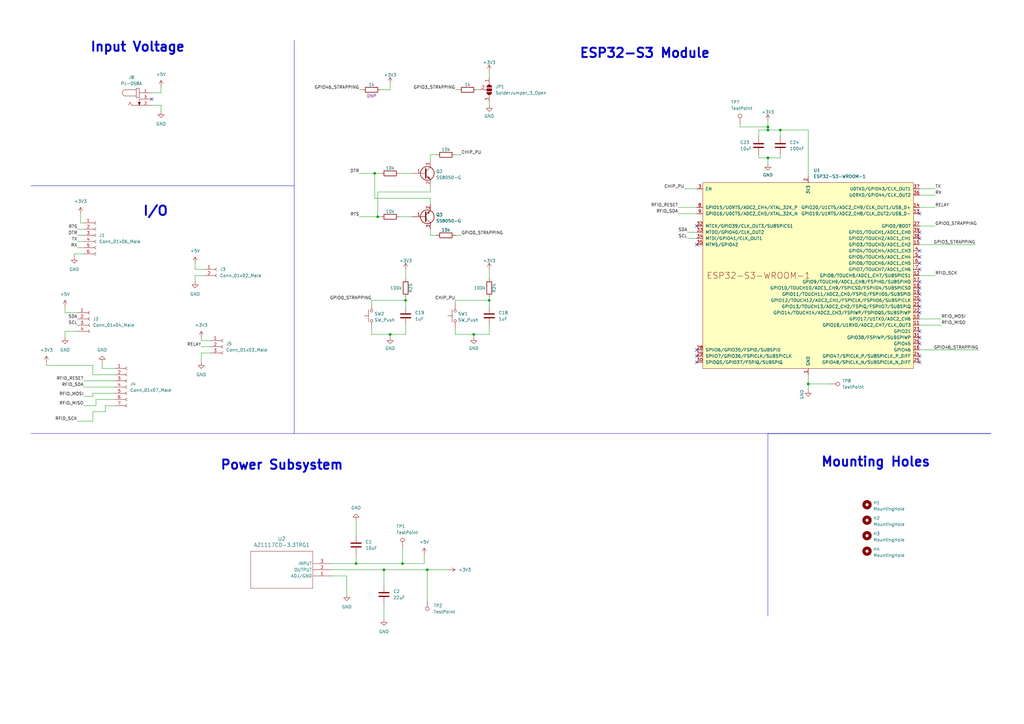
<source format=kicad_sch>
(kicad_sch (version 20230121) (generator eeschema)
  (paper "A3")
  (title_block (title "ESP32 Example: Motor Controller") (date "2023-08-07") (rev "A") (company "ECE 445"))
  (lib_symbols
    (symbol "AZ1117CD-3.3TRG1:AZ1117CD-3.3TRG1" (pin_names (offset 0.254))
      (property "Reference" "U2" (at -20.32 10.16 0))
      (property "Value" "AZ1117CD-3.3TRG1" (at -20.32 7.62 0))
      (symbol "AZ1117CD-3.3TRG1_0_1"
        (polyline (pts (xy -33.02 -10.16) (xy -7.62 -10.16)) (stroke (width 0.127)))
        (polyline (pts (xy -33.02 5.08) (xy -33.02 -10.16)) (stroke (width 0.127)))
        (polyline (pts (xy -7.62 -10.16) (xy -7.62 5.08)) (stroke (width 0.127)))
        (polyline (pts (xy -7.62 5.08) (xy -33.02 5.08)) (stroke (width 0.127)))
        (pin passive line (at 0 -5.08 180) (length 7.62) (name "ADJ/GND") (number "1"))
      )
      (symbol "AZ1117CD-3.3TRG1_1_1"
        (pin power_out line (at 0 -2.54 180) (length 7.62) (name "OUTPUT") (number "2"))
        (pin power_in line (at 0 0 180) (length 7.62) (name "INPUT") (number "3"))
      )
    )
    (symbol "Connector:Conn_01x02_Socket" (pin_names (offset 1.016) hide)
      (property "Reference" "J" (at 0 2.54 0))
      (property "Value" "Conn_01x02_Socket" (at 0 -5.08 0))
      (symbol "Conn_01x02_Socket_1_1"
        (arc (start 0 -2.032) (mid -0.5058 -2.54) (end 0 -3.048) (stroke (width 0.1524)))
        (polyline (pts (xy -1.27 -2.54) (xy -0.508 -2.54)) (stroke (width 0.1524)))
        (polyline (pts (xy -1.27 0) (xy -0.508 0)) (stroke (width 0.1524)))
        (arc (start 0 0.508) (mid -0.5058 0) (end 0 -0.508) (stroke (width 0.1524)))
        (pin passive line (at -5.08 0 0) (length 3.81) (name "Pin_1") (number "1"))
        (pin passive line (at -5.08 -2.54 0) (length 3.81) (name "Pin_2") (number "2"))
      )
    )
    (symbol "Connector:Conn_01x03_Socket" (pin_names (offset 1.016) hide)
      (property "Reference" "J" (at 0 5.08 0))
      (property "Value" "Conn_01x03_Socket" (at 0 -5.08 0))
      (symbol "Conn_01x03_Socket_1_1"
        (arc (start 0 -2.032) (mid -0.5058 -2.54) (end 0 -3.048) (stroke (width 0.1524)))
        (polyline (pts (xy -1.27 -2.54) (xy -0.508 -2.54)) (stroke (width 0.1524)))
        (polyline (pts (xy -1.27 0) (xy -0.508 0)) (stroke (width 0.1524)))
        (polyline (pts (xy -1.27 2.54) (xy -0.508 2.54)) (stroke (width 0.1524)))
        (arc (start 0 0.508) (mid -0.5058 0) (end 0 -0.508) (stroke (width 0.1524)))
        (arc (start 0 3.048) (mid -0.5058 2.54) (end 0 2.032) (stroke (width 0.1524)))
        (pin passive line (at -5.08 2.54 0) (length 3.81) (name "Pin_1") (number "1"))
        (pin passive line (at -5.08 0 0) (length 3.81) (name "Pin_2") (number "2"))
        (pin passive line (at -5.08 -2.54 0) (length 3.81) (name "Pin_3") (number "3"))
      )
    )
    (symbol "Connector:Conn_01x04_Socket" (pin_names (offset 1.016) hide)
      (property "Reference" "J" (at 0 5.08 0))
      (property "Value" "Conn_01x04_Socket" (at 0 -7.62 0))
      (symbol "Conn_01x04_Socket_1_1"
        (arc (start 0 -4.572) (mid -0.5058 -5.08) (end 0 -5.588) (stroke (width 0.1524)))
        (arc (start 0 -2.032) (mid -0.5058 -2.54) (end 0 -3.048) (stroke (width 0.1524)))
        (polyline (pts (xy -1.27 -5.08) (xy -0.508 -5.08)) (stroke (width 0.1524)))
        (polyline (pts (xy -1.27 -2.54) (xy -0.508 -2.54)) (stroke (width 0.1524)))
        (polyline (pts (xy -1.27 0) (xy -0.508 0)) (stroke (width 0.1524)))
        (polyline (pts (xy -1.27 2.54) (xy -0.508 2.54)) (stroke (width 0.1524)))
        (arc (start 0 0.508) (mid -0.5058 0) (end 0 -0.508) (stroke (width 0.1524)))
        (arc (start 0 3.048) (mid -0.5058 2.54) (end 0 2.032) (stroke (width 0.1524)))
        (pin passive line (at -5.08 2.54 0) (length 3.81) (name "Pin_1") (number "1"))
        (pin passive line (at -5.08 0 0) (length 3.81) (name "Pin_2") (number "2"))
        (pin passive line (at -5.08 -2.54 0) (length 3.81) (name "Pin_3") (number "3"))
        (pin passive line (at -5.08 -5.08 0) (length 3.81) (name "Pin_4") (number "4"))
      )
    )
    (symbol "Connector:Conn_01x06_Socket" (pin_names (offset 1.016) hide)
      (property "Reference" "J" (at 0 7.62 0))
      (property "Value" "Conn_01x06_Socket" (at 0 -10.16 0))
      (symbol "Conn_01x06_Socket_1_1"
        (arc (start 0 -7.112) (mid -0.5058 -7.62) (end 0 -8.128) (stroke (width 0.1524)))
        (arc (start 0 -4.572) (mid -0.5058 -5.08) (end 0 -5.588) (stroke (width 0.1524)))
        (arc (start 0 -2.032) (mid -0.5058 -2.54) (end 0 -3.048) (stroke (width 0.1524)))
        (polyline (pts (xy -1.27 -7.62) (xy -0.508 -7.62)) (stroke (width 0.1524)))
        (polyline (pts (xy -1.27 -5.08) (xy -0.508 -5.08)) (stroke (width 0.1524)))
        (polyline (pts (xy -1.27 -2.54) (xy -0.508 -2.54)) (stroke (width 0.1524)))
        (polyline (pts (xy -1.27 0) (xy -0.508 0)) (stroke (width 0.1524)))
        (polyline (pts (xy -1.27 2.54) (xy -0.508 2.54)) (stroke (width 0.1524)))
        (polyline (pts (xy -1.27 5.08) (xy -0.508 5.08)) (stroke (width 0.1524)))
        (arc (start 0 0.508) (mid -0.5058 0) (end 0 -0.508) (stroke (width 0.1524)))
        (arc (start 0 3.048) (mid -0.5058 2.54) (end 0 2.032) (stroke (width 0.1524)))
        (arc (start 0 5.588) (mid -0.5058 5.08) (end 0 4.572) (stroke (width 0.1524)))
        (pin passive line (at -5.08 5.08 0) (length 3.81) (name "Pin_1") (number "1"))
        (pin passive line (at -5.08 2.54 0) (length 3.81) (name "Pin_2") (number "2"))
        (pin passive line (at -5.08 0 0) (length 3.81) (name "Pin_3") (number "3"))
        (pin passive line (at -5.08 -2.54 0) (length 3.81) (name "Pin_4") (number "4"))
        (pin passive line (at -5.08 -5.08 0) (length 3.81) (name "Pin_5") (number "5"))
        (pin passive line (at -5.08 -7.62 0) (length 3.81) (name "Pin_6") (number "6"))
      )
    )
    (symbol "Connector:Conn_01x07_Socket" (pin_names (offset 1.016) hide)
      (property "Reference" "J" (at 0 10.16 0))
      (property "Value" "Conn_01x07_Socket" (at 0 -10.16 0))
      (symbol "Conn_01x07_Socket_1_1"
        (arc (start 0 -7.112) (mid -0.5058 -7.62) (end 0 -8.128) (stroke (width 0.1524)))
        (arc (start 0 -4.572) (mid -0.5058 -5.08) (end 0 -5.588) (stroke (width 0.1524)))
        (arc (start 0 -2.032) (mid -0.5058 -2.54) (end 0 -3.048) (stroke (width 0.1524)))
        (polyline (pts (xy -1.27 -7.62) (xy -0.508 -7.62)) (stroke (width 0.1524)))
        (polyline (pts (xy -1.27 -5.08) (xy -0.508 -5.08)) (stroke (width 0.1524)))
        (polyline (pts (xy -1.27 -2.54) (xy -0.508 -2.54)) (stroke (width 0.1524)))
        (polyline (pts (xy -1.27 0) (xy -0.508 0)) (stroke (width 0.1524)))
        (polyline (pts (xy -1.27 2.54) (xy -0.508 2.54)) (stroke (width 0.1524)))
        (polyline (pts (xy -1.27 5.08) (xy -0.508 5.08)) (stroke (width 0.1524)))
        (polyline (pts (xy -1.27 7.62) (xy -0.508 7.62)) (stroke (width 0.1524)))
        (arc (start 0 0.508) (mid -0.5058 0) (end 0 -0.508) (stroke (width 0.1524)))
        (arc (start 0 3.048) (mid -0.5058 2.54) (end 0 2.032) (stroke (width 0.1524)))
        (arc (start 0 5.588) (mid -0.5058 5.08) (end 0 4.572) (stroke (width 0.1524)))
        (arc (start 0 8.128) (mid -0.5058 7.62) (end 0 7.112) (stroke (width 0.1524)))
        (pin passive line (at -5.08 7.62 0) (length 3.81) (name "Pin_1") (number "1"))
        (pin passive line (at -5.08 5.08 0) (length 3.81) (name "Pin_2") (number "2"))
        (pin passive line (at -5.08 2.54 0) (length 3.81) (name "Pin_3") (number "3"))
        (pin passive line (at -5.08 0 0) (length 3.81) (name "Pin_4") (number "4"))
        (pin passive line (at -5.08 -2.54 0) (length 3.81) (name "Pin_5") (number "5"))
        (pin passive line (at -5.08 -5.08 0) (length 3.81) (name "Pin_6") (number "6"))
        (pin passive line (at -5.08 -7.62 0) (length 3.81) (name "Pin_7") (number "7"))
      )
    )
    (symbol "Connector:TestPoint" (pin_numbers hide) (pin_names (offset 0.762) hide)
      (property "Reference" "TP" (at 0 6.858 0))
      (property "Value" "TestPoint" (at 0 5.08 0))
      (symbol "TestPoint_0_1"
        (circle (center 0 3.302) (radius 0.762))
      )
      (symbol "TestPoint_1_1"
        (pin passive line (at 0 0 90) (length 2.54) (name "1") (number "1"))
      )
    )
    (symbol "Device:C" (pin_numbers hide) (pin_names (offset 0.254))
      (property "Reference" "C" (at 0.635 2.54 0))
      (property "Value" "C" (at 0.635 -2.54 0))
      (symbol "C_0_1"
        (polyline (pts (xy -2.032 -0.762) (xy 2.032 -0.762)) (stroke (width 0.508)))
        (polyline (pts (xy -2.032 0.762) (xy 2.032 0.762)) (stroke (width 0.508)))
      )
      (symbol "C_1_1"
        (pin passive line (at 0 3.81 270) (length 2.794) (name "~") (number "1"))
        (pin passive line (at 0 -3.81 90) (length 2.794) (name "~") (number "2"))
      )
    )
    (symbol "Device:Q_NPN_BEC" (pin_names (offset 0) hide)
      (property "Reference" "Q" (at 5.08 1.27 0))
      (property "Value" "Q_NPN_BEC" (at 5.08 -1.27 0))
      (symbol "Q_NPN_BEC_0_1"
        (polyline (pts (xy 0.635 0.635) (xy 2.54 2.54)))
        (polyline (pts (xy 0.635 -0.635) (xy 2.54 -2.54) (xy 2.54 -2.54)))
        (polyline (pts (xy 0.635 1.905) (xy 0.635 -1.905) (xy 0.635 -1.905)) (stroke (width 0.508)))
        (polyline (pts (xy 1.27 -1.778) (xy 1.778 -1.27) (xy 2.286 -2.286) (xy 1.27 -1.778) (xy 1.27 -1.778)) (fill (type outline)))
        (circle (center 1.27 0) (radius 2.8194) (stroke (width 0.254)))
      )
      (symbol "Q_NPN_BEC_1_1"
        (pin input line (at -5.08 0 0) (length 5.715) (name "B") (number "1"))
        (pin passive line (at 2.54 -5.08 90) (length 2.54) (name "E") (number "2"))
        (pin passive line (at 2.54 5.08 270) (length 2.54) (name "C") (number "3"))
      )
    )
    (symbol "Jumper:SolderJumper_3_Open" (pin_names (offset 0) hide)
      (property "Reference" "JP" (at -2.54 -2.54 0))
      (property "Value" "SolderJumper_3_Open" (at 0 2.794 0))
      (symbol "SolderJumper_3_Open_0_1"
        (arc (start -1.016 1.016) (mid -2.0276 0) (end -1.016 -1.016))
        (arc (start -1.016 1.016) (mid -2.0276 0) (end -1.016 -1.016) (fill (type outline)))
        (rectangle (start -0.508 1.016) (end 0.508 -1.016) (fill (type outline)))
        (polyline (pts (xy -2.54 0) (xy -2.032 0)))
        (polyline (pts (xy -1.016 1.016) (xy -1.016 -1.016)))
        (polyline (pts (xy 0 -1.27) (xy 0 -1.016)))
        (polyline (pts (xy 1.016 1.016) (xy 1.016 -1.016)))
        (polyline (pts (xy 2.54 0) (xy 2.032 0)))
        (arc (start 1.016 -1.016) (mid 2.0276 0) (end 1.016 1.016))
        (arc (start 1.016 -1.016) (mid 2.0276 0) (end 1.016 1.016) (fill (type outline)))
      )
      (symbol "SolderJumper_3_Open_1_1"
        (pin passive line (at -5.08 0 0) (length 2.54) (name "A") (number "1"))
        (pin passive line (at 0 -3.81 90) (length 2.54) (name "C") (number "2"))
        (pin passive line (at 5.08 0 180) (length 2.54) (name "B") (number "3"))
      )
    )
    (symbol "Mechanical:MountingHole" (pin_names (offset 1.016))
      (property "Reference" "H" (at 0 5.08 0))
      (property "Value" "MountingHole" (at 0 3.175 0))
      (symbol "MountingHole_0_1"
        (circle (center 0 0) (radius 1.27) (stroke (width 1.27)))
      )
    )
    (symbol "PCM_Espressif:ESP32-S3-WROOM-1" (pin_names (offset 1.016))
      (property "Reference" "U" (at -43.18 43.18 0))
      (property "Value" "ESP32-S3-WROOM-1" (at -43.18 40.64 0))
      (symbol "ESP32-S3-WROOM-1_0_0"
        (text "ESP32-S3-WROOM-1" (at -20.32 0 0) (effects (font (size 2.54 2.54))))
        (pin power_in line (at 0 -40.64 90) (length 2.54) (name "GND") (number "1"))
        (pin bidirectional line (at 45.72 -17.78 180) (length 2.54) (name "GPIO17/U1TXD/ADC2_CH6") (number "10"))
        (pin bidirectional line (at 45.72 -20.32 180) (length 2.54) (name "GPIO18/U1RXD/ADC2_CH7/CLK_OUT3") (number "11"))
        (pin bidirectional line (at 45.72 0 180) (length 2.54) (name "GPIO8/TOUCH8/ADC1_CH7/SUBSPICS1") (number "12"))
        (pin bidirectional line (at 45.72 25.4 180) (length 2.54) (name "GPIO19/U1RTS/ADC2_CH8/CLK_OUT2/USB_D-") (number "13"))
        (pin bidirectional line (at 45.72 27.94 180) (length 2.54) (name "GPIO20/U1CTS/ADC2_CH9/CLK_OUT1/USB_D+") (number "14"))
        (pin bidirectional line (at 45.72 12.7 180) (length 2.54) (name "GPIO3/TOUCH3/ADC1_CH2") (number "15"))
        (pin bidirectional line (at 45.72 -30.48 180) (length 2.54) (name "GPIO46") (number "16"))
        (pin bidirectional line (at 45.72 -2.54 180) (length 2.54) (name "GPIO9/TOUCH9/ADC1_CH8/FSPIHD/SUBSPIHD") (number "17"))
        (pin bidirectional line (at 45.72 -5.08 180) (length 2.54) (name "GPIO10/TOUCH10/ADC1_CH9/FSPICS0/FSPIIO4/SUBSPICS0") (number "18"))
        (pin bidirectional line (at 45.72 -7.62 180) (length 2.54) (name "GPIO11/TOUCH11/ADC2_CH0/FSPID/FSPIIO5/SUBSPID") (number "19"))
        (pin power_in line (at 0 40.64 270) (length 2.54) (name "3V3") (number "2"))
        (pin bidirectional line (at 45.72 -10.16 180) (length 2.54) (name "GPIO12/TOUCH12/ADC2_CH1/FSPICLK/FSPIIO6/SUBSPICLK") (number "20"))
        (pin bidirectional line (at 45.72 -12.7 180) (length 2.54) (name "GPIO13/TOUCH13/ADC2_CH2/FSPIQ/FSPIIO7/SUBSPIQ") (number "21"))
        (pin bidirectional line (at 45.72 -15.24 180) (length 2.54) (name "GPIO14/TOUCH14/ADC2_CH3/FSPIWP/FSPIDQS/SUBSPIWP") (number "22"))
        (pin bidirectional line (at 45.72 -22.86 180) (length 2.54) (name "GPIO21") (number "23"))
        (pin bidirectional line (at 45.72 -33.02 180) (length 2.54) (name "GPIO47/SPICLK_P/SUBSPICLK_P_DIFF") (number "24"))
        (pin bidirectional line (at 45.72 -35.56 180) (length 2.54) (name "GPIO48/SPICLK_N/SUBSPICLK_N_DIFF") (number "25"))
        (pin bidirectional line (at 45.72 -27.94 180) (length 2.54) (name "GPIO45") (number "26"))
        (pin bidirectional line (at 45.72 20.32 180) (length 2.54) (name "GPIO0/BOOT") (number "27"))
        (pin bidirectional line (at -45.72 -30.48 0) (length 2.54) (name "SPIIO6/GPIO35/FSPID/SUBSPID") (number "28"))
        (pin bidirectional line (at -45.72 -33.02 0) (length 2.54) (name "SPIIO7/GPIO36/FSPICLK/SUBSPICLK") (number "29"))
        (pin input line (at -45.72 35.56 0) (length 2.54) (name "EN") (number "3"))
        (pin bidirectional line (at -45.72 -35.56 0) (length 2.54) (name "SPIDQS/GPIO37/FSPIQ/SUBSPIQ") (number "30"))
        (pin bidirectional line (at 45.72 -25.4 180) (length 2.54) (name "GPIO38/FSPIWP/SUBSPIWP") (number "31"))
        (pin bidirectional line (at -45.72 20.32 0) (length 2.54) (name "MTCK/GPIO39/CLK_OUT3/SUBSPICS1") (number "32"))
        (pin bidirectional line (at -45.72 17.78 0) (length 2.54) (name "MTDO/GPIO40/CLK_OUT2") (number "33"))
        (pin bidirectional line (at -45.72 15.24 0) (length 2.54) (name "MTDI/GPIO41/CLK_OUT1") (number "34"))
        (pin bidirectional line (at -45.72 12.7 0) (length 2.54) (name "MTMS/GPIO42") (number "35"))
        (pin bidirectional line (at 45.72 33.02 180) (length 2.54) (name "U0RXD/GPIO44/CLK_OUT2") (number "36"))
        (pin bidirectional line (at 45.72 35.56 180) (length 2.54) (name "U0TXD/GPIO43/CLK_OUT1") (number "37"))
        (pin bidirectional line (at 45.72 15.24 180) (length 2.54) (name "GPIO2/TOUCH2/ADC1_CH1") (number "38"))
        (pin bidirectional line (at 45.72 17.78 180) (length 2.54) (name "GPIO1/TOUCH1/ADC1_CH0") (number "39"))
        (pin bidirectional line (at 45.72 10.16 180) (length 2.54) (name "GPIO4/TOUCH4/ADC1_CH3") (number "4"))
        (pin passive line (at 0 -40.64 90) (length 2.54) hide (name "GND") (number "40"))
        (pin passive line (at 0 -40.64 90) (length 2.54) hide (name "GND") (number "41"))
        (pin bidirectional line (at 45.72 7.62 180) (length 2.54) (name "GPIO5/TOUCH5/ADC1_CH4") (number "5"))
        (pin bidirectional line (at 45.72 5.08 180) (length 2.54) (name "GPIO6/TOUCH6/ADC1_CH5") (number "6"))
        (pin bidirectional line (at 45.72 2.54 180) (length 2.54) (name "GPIO7/TOUCH7/ADC1_CH6") (number "7"))
        (pin bidirectional line (at -45.72 27.94 0) (length 2.54) (name "GPIO15/U0RTS/ADC2_CH4/XTAL_32K_P") (number "8"))
        (pin bidirectional line (at -45.72 25.4 0) (length 2.54) (name "GPIO16/U0CTS/ADC2_CH5/XTAL_32K_N") (number "9"))
      )
      (symbol "ESP32-S3-WROOM-1_0_1"
        (rectangle (start -43.18 38.1) (end 43.18 -38.1) (fill (type background)))
      )
    )
    (symbol "PJ-058A:PJ-058A" (pin_names (offset 1.016))
      (property "Reference" "J8" (at -3.2358 8.89 0))
      (property "Value" "PJ-058A" (at -3.2358 6.35 0))
      (symbol "PJ-058A_0_0"
        (arc (start -5.715 3.81) (mid -6.9795 2.54) (end -5.715 1.27) (stroke (width 0.1524)))
        (polyline (pts (xy -5.715 3.81) (xy -1.27 3.81)) (stroke (width 0.1524)))
        (polyline (pts (xy -3.81 -1.27) (xy -4.445 -2.54)) (stroke (width 0.1524)))
        (polyline (pts (xy -3.175 -2.54) (xy -3.81 -1.27)) (stroke (width 0.1524)))
        (polyline (pts (xy -1.27 0.635) (xy 0 0.635)) (stroke (width 0.1524)))
        (polyline (pts (xy -1.27 1.27) (xy -5.715 1.27)) (stroke (width 0.1524)))
        (polyline (pts (xy -1.27 1.27) (xy -1.27 0.635)) (stroke (width 0.1524)))
        (polyline (pts (xy -1.27 3.81) (xy -1.27 1.27)) (stroke (width 0.1524)))
        (polyline (pts (xy -1.27 4.445) (xy -1.27 3.81)) (stroke (width 0.1524)))
        (polyline (pts (xy 0 -2.54) (xy -3.175 -2.54)) (stroke (width 0.1524)))
        (polyline (pts (xy 0 0) (xy 0 -2.54)) (stroke (width 0.1524)))
        (polyline (pts (xy 0 0.635) (xy 0 4.445)) (stroke (width 0.1524)))
        (polyline (pts (xy 0 4.445) (xy -1.27 4.445)) (stroke (width 0.1524)))
        (polyline (pts (xy 0 -2.54) (xy -0.508 -1.27) (xy 0.508 -1.27) (xy 0 -2.54)) (stroke (width 0.1524)) (fill (type outline)))
        (pin power_out line (at 5.08 2.54 180) (length 5.08) (name "~") (number "1"))
        (pin power_out line (at 5.08 -2.54 180) (length 5.08) (name "~") (number "2"))
        (pin passive line (at 5.08 0 180) (length 5.08) (name "~") (number "3"))
      )
    )
    (symbol "Switch:SW_Push" (pin_numbers hide) (pin_names (offset 1.016) hide)
      (property "Reference" "SW" (at 1.27 2.54 0))
      (property "Value" "SW_Push" (at 0 -1.524 0))
      (symbol "SW_Push_0_1"
        (circle (center -2.032 0) (radius 0.508))
        (polyline (pts (xy 0 1.27) (xy 0 3.048)))
        (polyline (pts (xy 2.54 1.27) (xy -2.54 1.27)))
        (circle (center 2.032 0) (radius 0.508))
        (pin passive line (at -5.08 0 0) (length 2.54) (name "1") (number "1"))
        (pin passive line (at 5.08 0 180) (length 2.54) (name "2") (number "2"))
      )
    )
    (symbol "basic:C" (pin_numbers hide) (pin_names (offset 0.254))
      (property "Reference" "C" (at 0.635 2.54 0))
      (symbol "C_0_1"
        (polyline (pts (xy -2.032 -0.762) (xy 2.032 -0.762)) (stroke (width 0.508)))
        (polyline (pts (xy -2.032 0.762) (xy 2.032 0.762)) (stroke (width 0.508)))
      )
      (symbol "C_1_1"
        (pin passive line (at 0 3.81 270) (length 2.794) (name "~") (number "1"))
        (pin passive line (at 0 -3.81 90) (length 2.794) (name "~") (number "2"))
      )
    )
    (symbol "basic:R" (pin_numbers hide) (pin_names (offset 0))
      (property "Value" "R" (at 0 0 90))
      (symbol "R_0_1"
        (rectangle (start -1.016 -2.54) (end 1.016 2.54) (stroke (width 0.254)))
      )
      (symbol "R_1_1"
        (pin passive line (at 0 3.81 270) (length 1.27) (name "~") (number "1"))
        (pin passive line (at 0 -3.81 90) (length 1.27) (name "~") (number "2"))
      )
    )
    (symbol "power:+3V3" (power) (pin_names (offset 0))
      (property "Value" "+3V3" (at 0 3.556 0))
      (symbol "+3V3_0_1"
        (polyline (pts (xy -0.762 1.27) (xy 0 2.54)))
        (polyline (pts (xy 0 0) (xy 0 2.54)))
        (polyline (pts (xy 0 2.54) (xy 0.762 1.27)))
      )
      (symbol "+3V3_1_1"
        (pin power_in line (at 0 0 90) (length 0) hide (name "+3V3") (number "1"))
      )
    )
    (symbol "power:+5V" (power) (pin_names (offset 0))
      (property "Value" "+5V" (at 0 3.556 0))
      (symbol "+5V_0_1"
        (polyline (pts (xy -0.762 1.27) (xy 0 2.54)))
        (polyline (pts (xy 0 0) (xy 0 2.54)))
        (polyline (pts (xy 0 2.54) (xy 0.762 1.27)))
      )
      (symbol "+5V_1_1"
        (pin power_in line (at 0 0 90) (length 0) hide (name "+5V") (number "1"))
      )
    )
    (symbol "power:GND" (power) (pin_names (offset 0))
      (property "Value" "GND" (at 0 -3.81 0))
      (symbol "GND_0_1"
        (polyline (pts (xy 0 0) (xy 0 -1.27) (xy 1.27 -1.27) (xy 0 -2.54) (xy -1.27 -1.27) (xy 0 -1.27)))
      )
      (symbol "GND_1_1"
        (pin power_in line (at 0 0 270) (length 0) hide (name "GND") (number "1"))
      )
    )
  )
  (junction (at 200.66 123.19))
  (junction (at 320.04 53.34))
  (junction (at 165.1 231.14))
  (junction (at 314.96 53.34))
  (junction (at 331.47 157.48))
  (junction (at 157.48 233.68))
  (junction (at 314.96 64.77))
  (junction (at 175.26 233.68))
  (junction (at 154.94 88.9))
  (junction (at 146.05 231.14))
  (junction (at 194.31 137.16))
  (junction (at 153.67 71.12))
  (junction (at 314.96 52.07))
  (junction (at 160.02 137.16))
  (junction (at 166.37 123.19))
  (no_connect (at 285.75 100.33))
  (no_connect (at 377.19 140.97))
  (no_connect (at 377.19 135.89))
  (no_connect (at 377.19 138.43))
  (no_connect (at 377.19 95.25))
  (no_connect (at 377.19 125.73))
  (no_connect (at 377.19 128.27))
  (no_connect (at 377.19 107.95))
  (no_connect (at 377.19 115.57))
  (no_connect (at 285.75 92.71))
  (no_connect (at 285.75 143.51))
  (no_connect (at 377.19 120.65))
  (no_connect (at 377.19 146.05))
  (no_connect (at 285.75 146.05))
  (no_connect (at 377.19 110.49))
  (no_connect (at 377.19 148.59))
  (no_connect (at 377.19 118.11))
  (no_connect (at 285.75 148.59))
  (no_connect (at 377.19 123.19))
  (no_connect (at 377.19 97.79))
  (no_connect (at 377.19 105.41))
  (no_connect (at 377.19 102.87))
  (no_connect (at 62.23 40.64))
  (no_connect (at 377.19 87.63))
  (wire (pts (xy 195.58 36.83) (xy 196.85 36.83)))
  (polyline (pts (xy 12.7 177.8) (xy 406.4 177.8)))
  (wire (pts (xy 331.47 157.48) (xy 331.47 160.02)))
  (wire (pts (xy 173.99 227.33) (xy 173.99 231.14)))
  (wire (pts (xy 320.04 53.34) (xy 331.47 53.34)))
  (wire (pts (xy 38.1 168.91) (xy 43.18 168.91)))
  (wire (pts (xy 146.05 213.36) (xy 146.05 219.71)))
  (wire (pts (xy 166.37 121.92) (xy 166.37 123.19)))
  (wire (pts (xy 281.94 97.79) (xy 285.75 97.79)))
  (wire (pts (xy 147.32 88.9) (xy 154.94 88.9)))
  (wire (pts (xy 200.66 41.91) (xy 200.66 43.18)))
  (wire (pts (xy 41.91 148.59) (xy 41.91 151.13)))
  (wire (pts (xy 311.15 64.77) (xy 314.96 64.77)))
  (wire (pts (xy 38.1 172.72) (xy 31.75 172.72)))
  (wire (pts (xy 176.53 78.74) (xy 154.94 78.74)))
  (wire (pts (xy 19.05 149.86) (xy 38.1 149.86)))
  (wire (pts (xy 80.01 107.95) (xy 80.01 110.49)))
  (wire (pts (xy 176.53 93.98) (xy 176.53 96.52)))
  (wire (pts (xy 303.53 50.8) (xy 303.53 52.07)))
  (wire (pts (xy 200.66 123.19) (xy 200.66 125.73)))
  (wire (pts (xy 31.75 93.98) (xy 34.29 93.98)))
  (wire (pts (xy 175.26 246.38) (xy 175.26 233.68)))
  (wire (pts (xy 39.37 163.83) (xy 46.99 163.83)))
  (wire (pts (xy 160.02 137.16) (xy 160.02 138.43)))
  (wire (pts (xy 377.19 80.01) (xy 383.54 80.01)))
  (wire (pts (xy 176.53 63.5) (xy 176.53 66.04)))
  (wire (pts (xy 311.15 53.34) (xy 314.96 53.34)))
  (wire (pts (xy 377.19 143.51) (xy 401.32 143.51)))
  (wire (pts (xy 194.31 137.16) (xy 194.31 138.43)))
  (wire (pts (xy 152.4 123.19) (xy 166.37 123.19)))
  (wire (pts (xy 146.05 227.33) (xy 146.05 231.14)))
  (wire (pts (xy 281.94 95.25) (xy 285.75 95.25)))
  (wire (pts (xy 38.1 153.67) (xy 46.99 153.67)))
  (wire (pts (xy 142.24 243.84) (xy 142.24 236.22)))
  (wire (pts (xy 80.01 115.57) (xy 80.01 113.03)))
  (wire (pts (xy 200.66 110.49) (xy 200.66 114.3)))
  (wire (pts (xy 377.19 133.35) (xy 386.08 133.35)))
  (wire (pts (xy 142.24 236.22) (xy 135.89 236.22)))
  (wire (pts (xy 377.19 100.33) (xy 400.05 100.33)))
  (wire (pts (xy 135.89 231.14) (xy 146.05 231.14)))
  (polyline (pts (xy 12.7 76.2) (xy 120.65 76.2)))
  (wire (pts (xy 38.1 162.56) (xy 38.1 161.29)))
  (wire (pts (xy 152.4 134.62) (xy 152.4 137.16)))
  (wire (pts (xy 157.48 233.68) (xy 157.48 240.03)))
  (wire (pts (xy 82.55 144.78) (xy 86.36 144.78)))
  (wire (pts (xy 146.05 231.14) (xy 165.1 231.14)))
  (wire (pts (xy 38.1 161.29) (xy 46.99 161.29)))
  (wire (pts (xy 30.48 105.41) (xy 30.48 104.14)))
  (wire (pts (xy 34.29 158.75) (xy 46.99 158.75)))
  (wire (pts (xy 66.04 38.1) (xy 62.23 38.1)))
  (wire (pts (xy 153.67 81.28) (xy 153.67 71.12)))
  (wire (pts (xy 331.47 153.67) (xy 331.47 157.48)))
  (wire (pts (xy 166.37 137.16) (xy 160.02 137.16)))
  (wire (pts (xy 314.96 64.77) (xy 320.04 64.77)))
  (wire (pts (xy 26.67 138.43) (xy 26.67 135.89)))
  (wire (pts (xy 165.1 224.79) (xy 165.1 231.14)))
  (wire (pts (xy 377.19 77.47) (xy 383.54 77.47)))
  (wire (pts (xy 43.18 166.37) (xy 46.99 166.37)))
  (wire (pts (xy 331.47 157.48) (xy 340.36 157.48)))
  (wire (pts (xy 26.67 135.89) (xy 31.75 135.89)))
  (wire (pts (xy 314.96 64.77) (xy 314.96 67.31)))
  (wire (pts (xy 26.67 128.27) (xy 31.75 128.27)))
  (wire (pts (xy 166.37 123.19) (xy 166.37 125.73)))
  (wire (pts (xy 176.53 83.82) (xy 176.53 81.28)))
  (wire (pts (xy 147.32 71.12) (xy 153.67 71.12)))
  (wire (pts (xy 200.66 121.92) (xy 200.66 123.19)))
  (wire (pts (xy 19.05 149.86) (xy 19.05 148.59)))
  (wire (pts (xy 153.67 71.12) (xy 156.21 71.12)))
  (wire (pts (xy 30.48 104.14) (xy 34.29 104.14)))
  (wire (pts (xy 31.75 101.6) (xy 34.29 101.6)))
  (wire (pts (xy 186.69 63.5) (xy 189.23 63.5)))
  (wire (pts (xy 320.04 63.5) (xy 320.04 64.77)))
  (wire (pts (xy 186.69 137.16) (xy 194.31 137.16)))
  (wire (pts (xy 186.69 123.19) (xy 200.66 123.19)))
  (wire (pts (xy 31.75 96.52) (xy 34.29 96.52)))
  (wire (pts (xy 38.1 153.67) (xy 38.1 149.86)))
  (wire (pts (xy 34.29 166.37) (xy 39.37 166.37)))
  (wire (pts (xy 331.47 72.39) (xy 331.47 53.34)))
  (wire (pts (xy 80.01 113.03) (xy 83.82 113.03)))
  (wire (pts (xy 166.37 110.49) (xy 166.37 114.3)))
  (wire (pts (xy 314.96 52.07) (xy 314.96 53.34)))
  (wire (pts (xy 33.02 87.63) (xy 33.02 91.44)))
  (wire (pts (xy 26.67 125.73) (xy 26.67 128.27)))
  (wire (pts (xy 157.48 233.68) (xy 175.26 233.68)))
  (wire (pts (xy 166.37 133.35) (xy 166.37 137.16)))
  (wire (pts (xy 200.66 137.16) (xy 194.31 137.16)))
  (wire (pts (xy 186.69 96.52) (xy 189.23 96.52)))
  (wire (pts (xy 156.21 36.83) (xy 160.02 36.83)))
  (wire (pts (xy 377.19 113.03) (xy 383.54 113.03)))
  (wire (pts (xy 66.04 43.18) (xy 66.04 45.72)))
  (wire (pts (xy 154.94 78.74) (xy 154.94 88.9)))
  (wire (pts (xy 311.15 55.88) (xy 311.15 53.34)))
  (wire (pts (xy 157.48 247.65) (xy 157.48 254)))
  (wire (pts (xy 314.96 49.53) (xy 314.96 52.07)))
  (wire (pts (xy 82.55 142.24) (xy 86.36 142.24)))
  (wire (pts (xy 377.19 130.81) (xy 386.08 130.81)))
  (wire (pts (xy 186.69 134.62) (xy 186.69 137.16)))
  (wire (pts (xy 186.69 124.46) (xy 186.69 123.19)))
  (wire (pts (xy 154.94 88.9) (xy 156.21 88.9)))
  (wire (pts (xy 43.18 168.91) (xy 43.18 166.37)))
  (wire (pts (xy 34.29 156.21) (xy 46.99 156.21)))
  (wire (pts (xy 176.53 76.2) (xy 176.53 78.74)))
  (wire (pts (xy 303.53 52.07) (xy 314.96 52.07)))
  (wire (pts (xy 179.07 63.5) (xy 176.53 63.5)))
  (wire (pts (xy 66.04 35.56) (xy 66.04 38.1)))
  (wire (pts (xy 34.29 162.56) (xy 38.1 162.56)))
  (wire (pts (xy 165.1 231.14) (xy 173.99 231.14)))
  (wire (pts (xy 163.83 71.12) (xy 168.91 71.12)))
  (wire (pts (xy 152.4 124.46) (xy 152.4 123.19)))
  (wire (pts (xy 80.01 110.49) (xy 83.82 110.49)))
  (wire (pts (xy 176.53 96.52) (xy 179.07 96.52)))
  (wire (pts (xy 82.55 139.7) (xy 86.36 139.7)))
  (wire (pts (xy 82.55 148.59) (xy 82.55 144.78)))
  (wire (pts (xy 377.19 85.09) (xy 383.54 85.09)))
  (wire (pts (xy 31.75 99.06) (xy 34.29 99.06)))
  (polyline (pts (xy 120.65 16.51) (xy 120.65 177.8)))
  (wire (pts (xy 41.91 151.13) (xy 46.99 151.13)))
  (wire (pts (xy 311.15 63.5) (xy 311.15 64.77)))
  (wire (pts (xy 82.55 138.43) (xy 82.55 139.7)))
  (wire (pts (xy 163.83 88.9) (xy 168.91 88.9)))
  (wire (pts (xy 200.66 133.35) (xy 200.66 137.16)))
  (polyline (pts (xy 406.4 177.8) (xy 314.96 177.8)))
  (wire (pts (xy 175.26 233.68) (xy 184.15 233.68)))
  (wire (pts (xy 280.67 77.47) (xy 285.75 77.47)))
  (wire (pts (xy 39.37 166.37) (xy 39.37 163.83)))
  (wire (pts (xy 135.89 233.68) (xy 157.48 233.68)))
  (wire (pts (xy 278.13 87.63) (xy 285.75 87.63)))
  (wire (pts (xy 176.53 81.28) (xy 153.67 81.28)))
  (wire (pts (xy 200.66 29.21) (xy 200.66 31.75)))
  (wire (pts (xy 186.69 36.83) (xy 187.96 36.83)))
  (wire (pts (xy 62.23 43.18) (xy 66.04 43.18)))
  (wire (pts (xy 38.1 168.91) (xy 38.1 172.72)))
  (wire (pts (xy 320.04 53.34) (xy 320.04 55.88)))
  (wire (pts (xy 314.96 53.34) (xy 320.04 53.34)))
  (wire (pts (xy 160.02 34.29) (xy 160.02 36.83)))
  (wire (pts (xy 377.19 92.71) (xy 383.54 92.71)))
  (wire (pts (xy 152.4 137.16) (xy 160.02 137.16)))
  (wire (pts (xy 33.02 91.44) (xy 34.29 91.44)))
  (wire (pts (xy 278.13 85.09) (xy 285.75 85.09)))
  (polyline (pts (xy 314.96 177.8) (xy 314.96 252.73)))
  (wire (pts (xy 147.32 36.83) (xy 148.59 36.83)))
  (text "Power Subsystem\n" (at 90.17 193.04 0) (effects (font (size 3.81 3.81) (thickness 0.762) bold) (justify left bottom)))
  (text "ESP32-S3 Module" (at 237.49 24.13 0) (effects (font (size 3.81 3.81) (thickness 0.762) bold) (justify left bottom)))
  (text "Mounting Holes" (at 336.55 191.77 0) (effects (font (size 3.81 3.81) (thickness 0.762) bold) (justify left bottom)))
  (text "I/O" (at 58.42 88.9 0) (effects (font (size 3.81 3.81) (thickness 0.762) bold) (justify left bottom)))
  (text "Input Voltage" (at 36.83 21.59 0) (effects (font (size 3.81 3.81) (thickness 0.762) bold) (justify left bottom)))
  (label "RFID_RESET" (at 278.13 85.09 180))
  (label "SDA" (at 281.94 95.25 180))
  (label "RFID_SCK" (at 383.54 113.03 0))
  (label "RTS" (at 31.75 93.98 180))
  (label "RFID_MOSI" (at 34.29 162.56 180))
  (label "CHIP_PU" (at 189.23 63.5 0))
  (label "RFID_MISO" (at 34.29 166.37 180))
  (label "GPIO3_STRAPPING" (at 400.05 100.33 180))
  (label "GPIO46_STRAPPING" (at 401.32 143.51 180))
  (label "RFID_SDA" (at 278.13 87.63 180))
  (label "CHIP_PU" (at 186.69 123.19 180))
  (label "RFID_MOSI" (at 386.08 130.81 0))
  (label "SCL" (at 31.75 133.35 180))
  (label "RFID_RESET" (at 34.29 156.21 180))
  (label "SDA" (at 31.75 130.81 180))
  (label "RELAY" (at 82.55 142.24 180))
  (label "GPIO0_STRAPPING" (at 152.4 123.19 180))
  (label "RFID_SDA" (at 34.29 158.75 180))
  (label "SCL" (at 281.94 97.79 180))
  (label "GPIO46_STRAPPING" (at 147.32 36.83 180))
  (label "DTR" (at 31.75 96.52 180))
  (label "RFID_MISO" (at 386.08 133.35 0))
  (label "RELAY" (at 383.54 85.09 0))
  (label "RX" (at 383.54 80.01 0))
  (label "CHIP_PU" (at 280.67 77.47 180))
  (label "RX" (at 31.75 101.6 180))
  (label "TX" (at 31.75 99.06 180))
  (label "RFID_SCK" (at 31.75 172.72 180))
  (label "GPIO3_STRAPPING" (at 186.69 36.83 180))
  (label "DTR" (at 147.32 71.12 180))
  (label "TX" (at 383.54 77.47 0))
  (label "GPIO0_STRAPPING" (at 189.23 96.52 0))
  (label "RTS" (at 147.32 88.9 180))
  (label "GPIO0_STRAPPING" (at 383.54 92.71 0))
  (symbol (lib_id "power:GND") (at 200.66 43.18 0) (unit 1)
    (property "Reference" "#PWR043" (effects hide))
    (property "Value" "GND" (at 200.66 47.6234 0))
  )
  (symbol (lib_id "power:+3V3") (at 82.55 138.43 0) (unit 1)
    (property "Reference" "#PWR020" (effects hide))
    (property "Value" "+3V3" (at 82.55 133.35 0))
  )
  (symbol (lib_id "basic:C") (at 311.15 59.69 0) (unit 1)
    (property "Reference" "C23" (at 303.53 58.42 0) (effects (justify left)))
    (property "Value" "10uF" (at 303.53 60.96 0) (effects (justify left)))
    (property "Footprint" "GRM31CR71E106KA12L (10uF C):G-31_MUR" (effects hide))
  )
  (symbol (lib_id "power:GND") (at 30.48 105.41 0) (unit 1)
    (property "Reference" "#PWR033" (effects hide))
    (property "Value" "GND" (at 30.48 110.49 0))
  )
  (symbol (lib_id "basic:C") (at 320.04 59.69 0) (unit 1)
    (property "Reference" "C24" (at 323.85 58.42 0) (effects (justify left)))
    (property "Value" "100nF" (at 323.85 60.96 0) (effects (justify left)))
    (property "Footprint" "CL10B104KA8NNNC (100nF pt2 C):CAP_CL10_SAM" (effects hide))
  )
  (symbol (lib_id "basic:R") (at 182.88 96.52 90) (unit 1)
    (property "Reference" "R19" (effects hide))
    (property "Value" "10k" (at 182.88 94.3412 90))
    (property "Footprint" "ERJ_P06J103V (10k R):RC0805N_PAN" (effects hide))
  )
  (symbol (lib_id "Jumper:SolderJumper_3_Open") (at 200.66 36.83 270) (unit 1)
    (property "Reference" "JP1" (at 203.2 35.56 90) (effects (justify left)))
    (property "Value" "SolderJumper_3_Open" (at 203.2 38.1 90) (effects (justify left)))
    (property "Footprint" "Jumper:SolderJumper-3_P2.0mm_Open_TrianglePad1.0x1.5mm" (effects hide))
  )
  (symbol (lib_id "Mechanical:MountingHole") (at 355.6 219.71 0) (unit 1)
    (property "Reference" "H3" (at 358.14 218.8753 0) (effects (justify left)))
    (property "Value" "MountingHole" (at 358.14 221.4122 0) (effects (justify left)))
    (property "Footprint" "MountingHole:MountingHole_3.2mm_M3" (effects hide))
  )
  (symbol (lib_id "power:+5V") (at 80.01 107.95 0) (unit 1)
    (property "Reference" "#PWR010" (effects hide))
    (property "Value" "+5V" (at 80.01 102.87 0))
  )
  (symbol (lib_id "power:GND") (at 194.31 138.43 0) (unit 1)
    (property "Reference" "#PWR051" (effects hide))
    (property "Value" "GND" (at 194.31 142.8734 0))
  )
  (symbol (lib_id "power:GND") (at 157.48 254 0) (unit 1)
    (property "Reference" "#PWR05" (effects hide))
    (property "Value" "GND" (at 157.48 259.08 0))
  )
  (symbol (lib_id "power:+3V3") (at 200.66 110.49 0) (unit 1)
    (property "Reference" "#PWR054" (effects hide))
    (property "Value" "+3V3" (at 200.66 106.9142 0))
  )
  (symbol (lib_id "basic:R") (at 160.02 88.9 90) (unit 1)
    (property "Reference" "R14" (effects hide))
    (property "Value" "10k" (at 160.02 86.7212 90))
    (property "Footprint" "ERJ_P06J103V (10k R):RC0805N_PAN" (effects hide))
  )
  (symbol (lib_id "Mechanical:MountingHole") (at 355.6 213.36 0) (unit 1)
    (property "Reference" "H2" (at 358.14 212.5253 0) (effects (justify left)))
    (property "Value" "MountingHole" (at 358.14 215.0622 0) (effects (justify left)))
    (property "Footprint" "MountingHole:MountingHole_3.2mm_M3" (effects hide))
  )
  (symbol (lib_id "Connector:TestPoint") (at 165.1 224.79 0) (unit 1)
    (property "Reference" "TP1" (at 162.56 215.9 0) (effects (justify left)))
    (property "Value" "TestPoint" (at 162.56 218.44 0) (effects (justify left)))
    (property "Footprint" "TestPoint:TestPoint_Pad_D2.0mm" (effects hide))
  )
  (symbol (lib_id "Connector:Conn_01x07_Socket") (at 52.07 158.75 0) (unit 1)
    (property "Reference" "J4" (at 53.34 157.48 0) (effects (justify left)))
    (property "Value" "Conn_01x07_Male" (at 53.34 160.02 0) (effects (justify left)))
    (property "Footprint" "Connector_Molex:Molex_KK-254_AE-6410-07A_1x07_P2.54mm_Vertical" (effects hide))
  )
  (symbol (lib_id "AZ1117CD-3.3TRG1:AZ1117CD-3.3TRG1") (at 135.89 231.14 0) (unit 1)
    (property "Reference" "U2" (at 115.57 220.98 0) (effects (font (size 1.524 1.524))))
    (property "Value" "AZ1117CD-3.3TRG1" (at 115.57 223.52 0) (effects (font (size 1.524 1.524))))
    (property "Footprint" "AZ1117CD-3.3TRG1:TO252-2-3.3V_DIO" (effects hide))
    (property "Datasheet" "AZ1117CD-3.3TRG1" (effects hide))
  )
  (symbol (lib_id "Connector:TestPoint") (at 340.36 157.48 270) (unit 1)
    (property "Reference" "TP8" (at 345.44 156.21 90) (effects (justify left)))
    (property "Value" "TestPoint" (at 345.44 158.75 90) (effects (justify left)))
    (property "Footprint" "TestPoint:TestPoint_Pad_D2.0mm" (effects hide))
  )
  (symbol (lib_id "basic:R") (at 182.88 63.5 90) (unit 1)
    (property "Reference" "R18" (effects hide))
    (property "Value" "10k" (at 182.88 61.3212 90))
    (property "Footprint" "ERJ_P06J103V (10k R):RC0805N_PAN" (effects hide))
  )
  (symbol (lib_id "power:+3V3") (at 19.05 148.59 0) (unit 1)
    (property "Reference" "#PWR08" (effects hide))
    (property "Value" "+3V3" (at 19.05 143.51 0))
  )
  (symbol (lib_id "power:GND") (at 314.96 67.31 0) (unit 1)
    (property "Reference" "#PWR063" (effects hide))
    (property "Value" "GND" (at 314.96 71.7534 0))
  )
  (symbol (lib_id "PCM_Espressif:ESP32-S3-WROOM-1") (at 331.47 113.03 0) (unit 1)
    (property "Reference" "U1" (at 333.6641 69.85 0) (effects (justify left)))
    (property "Value" "ESP32-S3-WROOM-1" (at 333.6641 72.39 0) (effects (justify left)))
    (property "Footprint" "PCM_Espressif:ESP32-S3-WROOM-1" (effects hide))
    (property "Datasheet" "https://www.espressif.com/sites/default/files/documentation/esp32-s3-wroom-1_wroom-1u_datasheet_en.pdf" (effects hide))
  )
  (symbol (lib_id "power:+3V3") (at 184.15 233.68 270) (unit 1)
    (property "Reference" "#PWR06" (effects hide))
    (property "Value" "+3V3" (at 187.96 233.68 90) (effects (justify left)))
  )
  (symbol (lib_id "Connector:TestPoint") (at 303.53 50.8 0) (unit 1)
    (property "Reference" "TP7" (at 299.72 41.91 0) (effects (justify left)))
    (property "Value" "TestPoint" (at 299.72 44.45 0) (effects (justify left)))
    (property "Footprint" "TestPoint:TestPoint_Pad_D2.0mm" (effects hide))
  )
  (symbol (lib_id "power:GND") (at 146.05 213.36 180) (unit 1)
    (property "Reference" "#PWR02" (effects hide))
    (property "Value" "GND" (at 146.05 208.28 0))
  )
  (symbol (lib_id "power:+5V") (at 173.99 227.33 0) (unit 1)
    (property "Reference" "#PWR01" (effects hide))
    (property "Value" "+5V" (at 173.99 222.25 0))
  )
  (symbol (lib_id "Connector:Conn_01x04_Socket") (at 36.83 130.81 0) (unit 1)
    (property "Reference" "J2" (at 38.1 130.81 0) (effects (justify left)))
    (property "Value" "Conn_01x04_Male" (at 38.1 133.35 0) (effects (justify left)))
    (property "Footprint" "Connector_Molex:Molex_KK-254_AE-6410-04A_1x04_P2.54mm_Vertical" (effects hide))
  )
  (symbol (lib_id "Device:C") (at 146.05 223.52 0) (unit 1)
    (property "Reference" "C1" (at 149.86 222.25 0) (effects (justify left)))
    (property "Value" "10uF" (at 149.86 224.79 0) (effects (justify left)))
    (property "Footprint" "GRM31CR71E106KA12L (10uF C):G-31_MUR" (effects hide))
  )
  (symbol (lib_id "PJ-058A:PJ-058A") (at 57.15 40.64 0) (unit 1)
    (property "Reference" "J8" (at 53.9142 31.75 0))
    (property "Value" "PJ-058A" (at 53.9142 34.29 0))
    (property "Footprint" "PJ_058A-3:CUI_PJ-058A" (effects hide))
    (property "PARTREV" "1.02" (effects hide))
    (property "STANDARD" "Manufacturer recommendations" (effects hide))
    (property "MANUFACTURER" "CUI INC" (effects hide))
  )
  (symbol (lib_id "power:+3V3") (at 200.66 29.21 0) (unit 1)
    (property "Reference" "#PWR042" (effects hide))
    (property "Value" "+3V3" (at 200.66 25.6342 0))
  )
  (symbol (lib_id "Switch:SW_Push") (at 152.4 129.54 90) (unit 1)
    (property "Reference" "SW2" (at 153.543 128.7053 90) (effects (justify right)))
    (property "Value" "SW_Push" (at 153.543 131.2422 90) (effects (justify right)))
    (property "Footprint" "Button_Switch_SMD:SW_SPST_B3S-1000" (effects hide))
    (property "Datasheet" "https://www.digikey.com/en/products/detail/omron-electronics-inc-emc-div/B3S-1000/20686" (effects hide))
  )
  (symbol (lib_id "basic:R") (at 152.4 36.83 90) (unit 1)
    (property "Reference" "R12" (effects hide))
    (property "Value" "1k" (at 152.4 34.6512 90))
    (property "Footprint" "ERJ_PA3J102V (1k R):RES_ERJPA3J102V" (effects hide))
    (property "Note" "DNP" (at 152.4 39.37 90))
  )
  (symbol (lib_id "power:+3V3") (at 166.37 110.49 0) (unit 1)
    (property "Reference" "#PWR055" (effects hide))
    (property "Value" "+3V3" (at 166.37 106.9142 0))
  )
  (symbol (lib_id "power:GND") (at 142.24 243.84 0) (unit 1)
    (property "Reference" "#PWR04" (effects hide))
    (property "Value" "GND" (at 142.24 248.92 0))
  )
  (symbol (lib_id "power:+3V3") (at 314.96 49.53 0) (unit 1)
    (property "Reference" "#PWR062" (effects hide))
    (property "Value" "+3V3" (at 314.96 45.9542 0))
  )
  (symbol (lib_id "basic:C") (at 200.66 129.54 0) (unit 1)
    (property "Reference" "C18" (at 204.47 128.27 0) (effects (justify left)))
    (property "Value" "1uF" (at 204.47 130.81 0) (effects (justify left)))
    (property "Footprint" "GRM155R60J105KE19D (1uF C):G-155_MUR" (effects hide))
  )
  (symbol (lib_id "power:+5V") (at 26.67 125.73 0) (unit 1)
    (property "Reference" "#PWR019" (effects hide))
    (property "Value" "+5V" (at 26.67 120.65 0))
  )
  (symbol (lib_id "power:GND") (at 160.02 138.43 0) (unit 1)
    (property "Reference" "#PWR052" (effects hide))
    (property "Value" "GND" (at 160.02 142.8734 0))
  )
  (symbol (lib_id "basic:R") (at 200.66 118.11 0) (unit 1)
    (property "Reference" "R24" (at 202.692 118.11 90))
    (property "Value" "100k" (at 194.31 118.11 0) (effects (justify left)))
    (property "Footprint" "RV1206FR_07100KL (100k R):RESC3116X65N" (effects hide))
  )
  (symbol (lib_id "Connector:Conn_01x03_Socket") (at 91.44 142.24 0) (unit 1)
    (property "Reference" "J5" (at 92.71 140.97 0) (effects (justify left)))
    (property "Value" "Conn_01x03_Male" (at 92.71 143.51 0) (effects (justify left)))
    (property "Footprint" "Connector_Molex:Molex_KK-254_AE-6410-03A_1x03_P2.54mm_Vertical" (effects hide))
  )
  (symbol (lib_id "Device:Q_NPN_BEC") (at 173.99 71.12 0) (unit 1)
    (property "Reference" "Q2" (at 178.8414 70.2853 0) (effects (justify left)))
    (property "Value" "SS8050-G" (at 178.8414 72.8222 0) (effects (justify left)))
    (property "Footprint" "Package_TO_SOT_SMD:SOT-23" (effects hide))
  )
  (symbol (lib_id "power:GND") (at 82.55 148.59 0) (unit 1)
    (property "Reference" "#PWR021" (effects hide))
    (property "Value" "GND" (at 82.55 153.67 0))
  )
  (symbol (lib_id "Connector:Conn_01x06_Socket") (at 39.37 96.52 0) (unit 1)
    (property "Reference" "J1" (at 40.64 96.52 0) (effects (justify left)))
    (property "Value" "Conn_01x06_Male" (at 40.64 99.06 0) (effects (justify left)))
    (property "Footprint" "Connector_Molex:Molex_KK-254_AE-6410-06A_1x06_P2.54mm_Vertical" (effects hide))
  )
  (symbol (lib_id "Mechanical:MountingHole") (at 355.6 207.01 0) (unit 1)
    (property "Reference" "H1" (at 358.14 206.1753 0) (effects (justify left)))
    (property "Value" "MountingHole" (at 358.14 208.7122 0) (effects (justify left)))
    (property "Footprint" "MountingHole:MountingHole_3.2mm_M3" (effects hide))
  )
  (symbol (lib_id "basic:R") (at 160.02 71.12 90) (unit 1)
    (property "Reference" "R13" (effects hide))
    (property "Value" "10k" (at 160.02 68.9412 90))
    (property "Footprint" "ERJ_P06J103V (10k R):RC0805N_PAN" (effects hide))
  )
  (symbol (lib_id "Switch:SW_Push") (at 186.69 129.54 90) (unit 1)
    (property "Reference" "SW1" (at 187.833 128.7053 90) (effects (justify right)))
    (property "Value" "SW_Push" (at 187.833 131.2422 90) (effects (justify right)))
    (property "Footprint" "Button_Switch_SMD:SW_SPST_B3S-1000" (effects hide))
    (property "Datasheet" "https://www.digikey.com/en/products/detail/omron-electronics-inc-emc-div/B3S-1000/20686" (effects hide))
  )
  (symbol (lib_id "power:GND") (at 41.91 148.59 180) (unit 1)
    (property "Reference" "#PWR07" (effects hide))
    (property "Value" "GND" (at 41.91 143.51 0))
  )
  (symbol (lib_id "power:+3V3") (at 33.02 87.63 0) (unit 1)
    (property "Reference" "#PWR034" (effects hide))
    (property "Value" "+3V3" (at 33.02 82.55 0))
  )
  (symbol (lib_id "Connector:TestPoint") (at 175.26 246.38 180) (unit 1)
    (property "Reference" "TP2" (at 177.8 248.412 0) (effects (justify right)))
    (property "Value" "TestPoint" (at 177.8 250.952 0) (effects (justify right)))
    (property "Footprint" "TestPoint:TestPoint_Pad_D2.0mm" (effects hide))
  )
  (symbol (lib_id "power:+3V3") (at 160.02 34.29 0) (unit 1)
    (property "Reference" "#PWR036" (effects hide))
    (property "Value" "+3V3" (at 160.02 30.7142 0))
  )
  (symbol (lib_id "basic:R") (at 166.37 118.11 0) (unit 1)
    (property "Reference" "R25" (at 168.402 118.11 90))
    (property "Value" "100k" (at 160.02 118.11 0) (effects (justify left)))
    (property "Footprint" "RV1206FR_07100KL (100k R):RESC3116X65N" (effects hide))
  )
  (symbol (lib_id "Connector:Conn_01x02_Socket") (at 88.9 110.49 0) (unit 1)
    (property "Reference" "J3" (at 90.17 110.49 0) (effects (justify left)))
    (property "Value" "Conn_01x02_Male" (at 90.17 113.03 0) (effects (justify left)))
    (property "Footprint" "Connector_Molex:Molex_KK-254_AE-6410-02A_1x02_P2.54mm_Vertical" (effects hide))
  )
  (symbol (lib_id "power:+5V") (at 66.04 35.56 0) (unit 1)
    (property "Reference" "#PWR03" (effects hide))
    (property "Value" "+5V" (at 66.04 30.48 0))
  )
  (symbol (lib_id "basic:C") (at 166.37 129.54 0) (unit 1)
    (property "Reference" "C19" (at 170.18 128.27 0) (effects (justify left)))
    (property "Value" "1uF" (at 170.18 130.81 0) (effects (justify left)))
    (property "Footprint" "GRM155R60J105KE19D (1uF C):G-155_MUR" (effects hide))
  )
  (symbol (lib_id "power:GND") (at 331.47 160.02 0) (unit 1)
    (property "Reference" "#PWR065" (effects hide))
    (property "Value" "GND" (at 328.93 163.83 90) (effects (justify left)))
  )
  (symbol (lib_id "Device:C") (at 157.48 243.84 0) (unit 1)
    (property "Reference" "C2" (at 161.29 242.57 0) (effects (justify left)))
    (property "Value" "22uF" (at 161.29 245.11 0) (effects (justify left)))
    (property "Footprint" "GRM188R61A226ME15D (22uF C):CAP_GRM18ME15D_1P6XP8_MUR" (effects hide))
  )
  (symbol (lib_id "power:GND") (at 80.01 115.57 0) (unit 1)
    (property "Reference" "#PWR018" (effects hide))
    (property "Value" "GND" (at 80.01 120.65 0))
  )
  (symbol (lib_id "Device:Q_NPN_BEC") (at 173.99 88.9 0) (mirror x) (unit 1)
    (property "Reference" "Q3" (at 178.8414 88.0653 0) (effects (justify left)))
    (property "Value" "SS8050-G" (at 178.8414 90.6022 0) (effects (justify left)))
    (property "Footprint" "Package_TO_SOT_SMD:SOT-23" (effects hide))
  )
  (symbol (lib_id "basic:R") (at 191.77 36.83 90) (unit 1)
    (property "Reference" "R17" (effects hide))
    (property "Value" "1k" (at 191.77 34.6512 90))
    (property "Footprint" "ERJ_PA3J102V (1k R):RES_ERJPA3J102V" (effects hide))
  )
  (symbol (lib_id "Mechanical:MountingHole") (at 355.6 226.06 0) (unit 1)
    (property "Reference" "H4" (at 358.14 225.2253 0) (effects (justify left)))
    (property "Value" "MountingHole" (at 358.14 227.7622 0) (effects (justify left)))
    (property "Footprint" "MountingHole:MountingHole_3.2mm_M3" (effects hide))
  )
  (symbol (lib_id "power:GND") (at 26.67 138.43 0) (unit 1)
    (property "Reference" "#PWR022" (effects hide))
    (property "Value" "GND" (at 26.67 143.51 0))
  )
  (symbol (lib_id "power:GND") (at 66.04 45.72 0) (unit 1)
    (property "Reference" "#PWR026" (effects hide))
    (property "Value" "GND" (at 66.04 50.8 0))
  )
)
</source>
